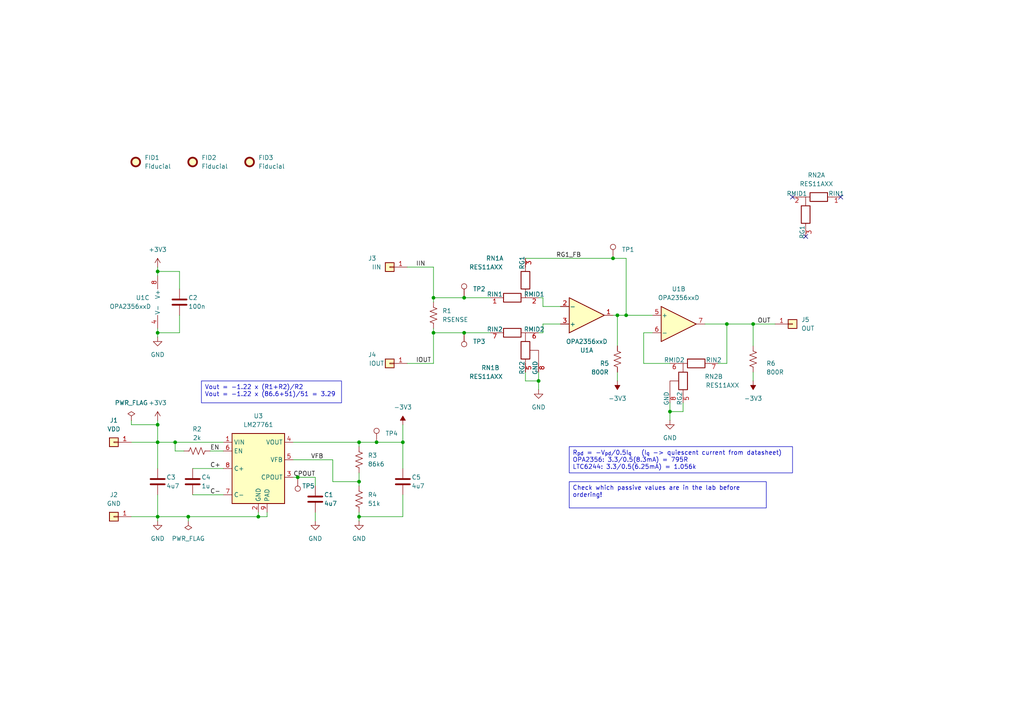
<source format=kicad_sch>
(kicad_sch (version 20231120) (generator "eeschema") (generator_version "8.0")
  (paper "A4")
  (lib_symbols
    (symbol "Amplifier_Operational:OPA2356xxD" (pin_names (offset 0.127))
      (property "Reference" "U" (at 0 5.08 0))
      (property "Value" "OPA2356xxD" (at 0 -5.08 0))
      (symbol "OPA2356xxD_1_1"
        (polyline (pts (xy -5.08 5.08) (xy 5.08 0) (xy -5.08 -5.08) (xy -5.08 5.08)) (stroke (width 0.254)) (fill (type background)))
        (pin output line (at 7.62 0 180) (length 2.54) (name "~") (number "1"))
        (pin input line (at -7.62 -2.54 0) (length 2.54) (name "-") (number "2"))
        (pin input line (at -7.62 2.54 0) (length 2.54) (name "+") (number "3"))
      )
      (symbol "OPA2356xxD_2_1"
        (polyline (pts (xy -5.08 5.08) (xy 5.08 0) (xy -5.08 -5.08) (xy -5.08 5.08)) (stroke (width 0.254)) (fill (type background)))
        (pin input line (at -7.62 2.54 0) (length 2.54) (name "+") (number "5"))
        (pin input line (at -7.62 -2.54 0) (length 2.54) (name "-") (number "6"))
        (pin output line (at 7.62 0 180) (length 2.54) (name "~") (number "7"))
      )
      (symbol "OPA2356xxD_3_1"
        (pin power_in line (at -2.54 -7.62 90) (length 3.81) (name "V-") (number "4"))
        (pin power_in line (at -2.54 7.62 270) (length 3.81) (name "V+") (number "8"))
      )
    )
    (symbol "Connector:TestPoint" (pin_numbers hide) (pin_names (offset 0.762) hide)
      (property "Reference" "TP" (at 0 6.858 0))
      (property "Value" "TestPoint" (at 0 5.08 0))
      (symbol "TestPoint_0_1"
        (circle (center 0 3.302) (radius 0.762))
      )
      (symbol "TestPoint_1_1"
        (pin passive line (at 0 0 90) (length 2.54) (name "1") (number "1"))
      )
    )
    (symbol "Connector_Generic:Conn_01x01" (pin_names (offset 1.016) hide)
      (property "Reference" "J" (at 0 2.54 0))
      (property "Value" "Conn_01x01" (at 0 -2.54 0))
      (symbol "Conn_01x01_1_1"
        (rectangle (start -1.27 0.127) (end 0 -0.127) (stroke (width 0.1524)))
        (rectangle (start -1.27 1.27) (end 1.27 -1.27) (stroke (width 0.254)) (fill (type background)))
        (pin passive line (at -5.08 0 0) (length 3.81) (name "Pin_1") (number "1"))
      )
    )
    (symbol "DW_Library:RES11AXX" (pin_names (offset 0))
      (property "Reference" "RN" (at -3.302 7.112 0))
      (property "Value" "RES11AXX" (at 0.254 4.826 0))
      (symbol "RES11AXX_0_1"
        (rectangle (start -6.35 1.27) (end -1.27 -1.27) (stroke (width 0.254)))
        (rectangle (start -1.27 -2.54) (end 1.27 -7.62) (stroke (width 0.254)))
        (polyline (pts (xy -7.62 0) (xy -6.35 0)))
        (polyline (pts (xy -1.27 0) (xy 1.27 0)))
        (polyline (pts (xy 0 -7.62) (xy 0 -8.89)))
        (polyline (pts (xy 0 0) (xy 0 -2.54)))
      )
      (symbol "RES11AXX_1_0"
        (unit_name "RA")
        (pin passive line (at -10.16 0 0) (length 2.54) (name "RIN1") (number "1"))
        (pin passive line (at 3.81 0 180) (length 2.54) (name "RMID1") (number "2"))
        (pin passive line (at 0 -11.43 90) (length 2.54) (name "RG1") (number "3"))
        (pin no_connect line (at 0 -22.86 0) (length 2.54) hide (name "GND/SUB") (number "4"))
      )
      (symbol "RES11AXX_2_0"
        (unit_name "RB")
        (pin passive line (at 0 -11.43 90) (length 2.54) (name "RG2") (number "5"))
        (pin passive line (at 3.81 0 180) (length 2.54) (name "RMID2") (number "6"))
        (pin passive line (at -10.16 0 0) (length 2.54) (name "RIN2") (number "7"))
        (pin passive line (at 3.81 -11.43 90) (length 2.54) (name "GND") (number "8"))
      )
      (symbol "RES11AXX_2_1"
        (unit_name "RB")
        (polyline (pts (xy 3.81 -8.89) (xy 3.81 -5.08) (xy 1.27 -5.08)))
      )
    )
    (symbol "Device:C" (pin_numbers hide) (pin_names (offset 0.254))
      (property "Reference" "C" (at 0.635 2.54 0))
      (property "Value" "C" (at 0.635 -2.54 0))
      (symbol "C_0_1"
        (polyline (pts (xy -2.032 -0.762) (xy 2.032 -0.762)) (stroke (width 0.508)))
        (polyline (pts (xy -2.032 0.762) (xy 2.032 0.762)) (stroke (width 0.508)))
      )
      (symbol "C_1_1"
        (pin passive line (at 0 3.81 270) (length 2.794) (name "~") (number "1"))
        (pin passive line (at 0 -3.81 90) (length 2.794) (name "~") (number "2"))
      )
    )
    (symbol "Device:R_US" (pin_numbers hide) (pin_names (offset 0))
      (property "Reference" "R" (at 2.54 0 90))
      (property "Value" "R_US" (at -2.54 0 90))
      (symbol "R_US_0_1"
        (polyline (pts (xy 0 -2.286) (xy 0 -2.54)))
        (polyline (pts (xy 0 2.286) (xy 0 2.54)))
        (polyline (pts (xy 0 -0.762) (xy 1.016 -1.143) (xy 0 -1.524) (xy -1.016 -1.905) (xy 0 -2.286)))
        (polyline (pts (xy 0 0.762) (xy 1.016 0.381) (xy 0 0) (xy -1.016 -0.381) (xy 0 -0.762)))
        (polyline (pts (xy 0 2.286) (xy 1.016 1.905) (xy 0 1.524) (xy -1.016 1.143) (xy 0 0.762)))
      )
      (symbol "R_US_1_1"
        (pin passive line (at 0 3.81 270) (length 1.27) (name "~") (number "1"))
        (pin passive line (at 0 -3.81 90) (length 1.27) (name "~") (number "2"))
      )
    )
    (symbol "Mechanical:Fiducial"
      (property "Reference" "FID" (at 0 5.08 0))
      (property "Value" "Fiducial" (at 0 3.175 0))
      (symbol "Fiducial_0_1"
        (circle (center 0 0) (radius 1.27) (stroke (width 0.508)) (fill (type background)))
      )
    )
    (symbol "Regulator_SwitchedCapacitor:LM27761"
      (property "Reference" "U" (at -6.35 11.43 0))
      (property "Value" "LM27761" (at 3.302 11.43 0))
      (symbol "LM27761_0_1"
        (rectangle (start -7.62 10.16) (end 7.62 -10.16) (stroke (width 0.254)) (fill (type background)))
      )
      (symbol "LM27761_1_1"
        (pin power_in line (at -10.16 7.62 0) (length 2.54) (name "VIN") (number "1"))
        (pin power_in line (at 0 -12.7 90) (length 2.54) (name "GND") (number "2"))
        (pin power_out line (at 10.16 -2.54 180) (length 2.54) (name "CPOUT") (number "3"))
        (pin power_out line (at 10.16 7.62 180) (length 2.54) (name "VOUT") (number "4"))
        (pin input line (at 10.16 2.54 180) (length 2.54) (name "VFB") (number "5"))
        (pin input line (at -10.16 5.08 0) (length 2.54) (name "EN") (number "6"))
        (pin passive line (at -10.16 -7.62 0) (length 2.54) (name "C-") (number "7"))
        (pin passive line (at -10.16 0 0) (length 2.54) (name "C+") (number "8"))
        (pin power_in line (at 2.54 -12.7 90) (length 2.54) (name "PAD") (number "9"))
      )
    )
    (symbol "power:+3V3" (power) (pin_numbers hide) (pin_names (offset 0) hide)
      (property "Value" "+3V3" (at 0 3.556 0))
      (symbol "+3V3_0_1"
        (polyline (pts (xy -0.762 1.27) (xy 0 2.54)))
        (polyline (pts (xy 0 0) (xy 0 2.54)))
        (polyline (pts (xy 0 2.54) (xy 0.762 1.27)))
      )
      (symbol "+3V3_1_1"
        (pin power_in line (at 0 0 90) (length 0) (name "~") (number "1"))
      )
    )
    (symbol "power:-3V3" (power) (pin_numbers hide) (pin_names (offset 0) hide)
      (property "Value" "-3V3" (at 0 3.556 0))
      (symbol "-3V3_0_0"
        (pin power_in line (at 0 0 90) (length 0) (name "~") (number "1"))
      )
      (symbol "-3V3_0_1"
        (polyline (pts (xy 0 0) (xy 0 1.27) (xy 0.762 1.27) (xy 0 2.54) (xy -0.762 1.27) (xy 0 1.27)) (fill (type outline)))
      )
    )
    (symbol "power:GND" (power) (pin_numbers hide) (pin_names (offset 0) hide)
      (property "Value" "GND" (at 0 -3.81 0))
      (symbol "GND_0_1"
        (polyline (pts (xy 0 0) (xy 0 -1.27) (xy 1.27 -1.27) (xy 0 -2.54) (xy -1.27 -1.27) (xy 0 -1.27)))
      )
      (symbol "GND_1_1"
        (pin power_in line (at 0 0 270) (length 0) (name "~") (number "1"))
      )
    )
    (symbol "power:PWR_FLAG" (power) (pin_numbers hide) (pin_names (offset 0) hide)
      (property "Value" "PWR_FLAG" (at 0 3.81 0))
      (symbol "PWR_FLAG_0_0"
        (pin power_out line (at 0 0 90) (length 0) (name "~") (number "1"))
      )
      (symbol "PWR_FLAG_0_1"
        (polyline (pts (xy 0 0) (xy 0 1.27) (xy -1.016 1.905) (xy 0 2.54) (xy 1.016 1.905) (xy 0 1.27)))
      )
    )
  )
  (junction (at 45.72 149.86))
  (junction (at 177.8 74.93))
  (junction (at 104.14 128.27))
  (junction (at 109.22 128.27))
  (junction (at 156.21 110.49))
  (junction (at 45.72 96.52))
  (junction (at 134.62 96.52))
  (junction (at 125.73 86.36))
  (junction (at 179.07 91.44))
  (junction (at 50.8 128.27))
  (junction (at 45.72 78.74))
  (junction (at 45.72 123.19))
  (junction (at 54.61 149.86))
  (junction (at 116.84 128.27))
  (junction (at 104.14 149.86))
  (junction (at 45.72 128.27))
  (junction (at 134.62 86.36))
  (junction (at 210.82 93.98))
  (junction (at 194.31 119.38))
  (junction (at 218.44 93.98))
  (junction (at 181.61 91.44))
  (junction (at 104.14 139.7))
  (junction (at 125.73 96.52))
  (junction (at 74.93 149.86))
  (junction (at 86.36 138.43))
  (no_connect (at 229.87 57.15))
  (no_connect (at 233.68 68.58))
  (no_connect (at 243.84 57.15))
  (wire (pts (xy 45.72 121.92) (xy 45.72 123.19)))
  (wire (pts (xy 45.72 78.74) (xy 45.72 80.01)))
  (wire (pts (xy 194.31 116.84) (xy 194.31 119.38)))
  (wire (pts (xy 55.88 135.89) (xy 64.77 135.89)))
  (wire (pts (xy 91.44 140.97) (xy 91.44 138.43)))
  (wire (pts (xy 194.31 105.41) (xy 186.69 105.41)))
  (wire (pts (xy 218.44 93.98) (xy 218.44 100.33)))
  (wire (pts (xy 54.61 149.86) (xy 74.93 149.86)))
  (wire (pts (xy 181.61 74.93) (xy 181.61 91.44)))
  (wire (pts (xy 38.1 128.27) (xy 45.72 128.27)))
  (wire (pts (xy 104.14 149.86) (xy 104.14 151.13)))
  (wire (pts (xy 45.72 149.86) (xy 45.72 151.13)))
  (wire (pts (xy 77.47 148.59) (xy 77.47 149.86)))
  (wire (pts (xy 85.09 133.35) (xy 96.52 133.35)))
  (wire (pts (xy 45.72 143.51) (xy 45.72 149.86)))
  (wire (pts (xy 104.14 129.54) (xy 104.14 128.27)))
  (wire (pts (xy 86.36 138.43) (xy 85.09 138.43)))
  (wire (pts (xy 181.61 91.44) (xy 189.23 91.44)))
  (wire (pts (xy 179.07 91.44) (xy 179.07 100.33)))
  (wire (pts (xy 210.82 93.98) (xy 218.44 93.98)))
  (wire (pts (xy 54.61 149.86) (xy 54.61 151.13)))
  (wire (pts (xy 152.4 107.95) (xy 152.4 110.49)))
  (wire (pts (xy 210.82 93.98) (xy 210.82 105.41)))
  (wire (pts (xy 109.22 128.27) (xy 104.14 128.27)))
  (wire (pts (xy 156.21 110.49) (xy 156.21 107.95)))
  (wire (pts (xy 177.8 74.93) (xy 181.61 74.93)))
  (wire (pts (xy 118.11 105.41) (xy 125.73 105.41)))
  (wire (pts (xy 134.62 86.36) (xy 125.73 86.36)))
  (wire (pts (xy 118.11 77.47) (xy 125.73 77.47)))
  (wire (pts (xy 91.44 148.59) (xy 91.44 151.13)))
  (wire (pts (xy 96.52 133.35) (xy 96.52 139.7)))
  (wire (pts (xy 125.73 95.25) (xy 125.73 96.52)))
  (wire (pts (xy 194.31 119.38) (xy 194.31 121.92)))
  (wire (pts (xy 45.72 77.47) (xy 45.72 78.74)))
  (wire (pts (xy 179.07 91.44) (xy 181.61 91.44)))
  (wire (pts (xy 45.72 149.86) (xy 54.61 149.86)))
  (wire (pts (xy 179.07 107.95) (xy 179.07 110.49)))
  (wire (pts (xy 104.14 137.16) (xy 104.14 139.7)))
  (wire (pts (xy 156.21 86.36) (xy 157.48 86.36)))
  (wire (pts (xy 186.69 96.52) (xy 189.23 96.52)))
  (wire (pts (xy 60.96 130.81) (xy 64.77 130.81)))
  (wire (pts (xy 38.1 121.92) (xy 38.1 123.19)))
  (wire (pts (xy 45.72 123.19) (xy 45.72 128.27)))
  (wire (pts (xy 38.1 123.19) (xy 45.72 123.19)))
  (wire (pts (xy 116.84 123.19) (xy 116.84 128.27)))
  (wire (pts (xy 157.48 88.9) (xy 162.56 88.9)))
  (wire (pts (xy 208.28 105.41) (xy 210.82 105.41)))
  (wire (pts (xy 142.24 96.52) (xy 134.62 96.52)))
  (wire (pts (xy 104.14 139.7) (xy 104.14 140.97)))
  (wire (pts (xy 116.84 143.51) (xy 116.84 149.86)))
  (wire (pts (xy 53.34 130.81) (xy 50.8 130.81)))
  (wire (pts (xy 50.8 128.27) (xy 50.8 130.81)))
  (wire (pts (xy 125.73 86.36) (xy 125.73 87.63)))
  (wire (pts (xy 156.21 110.49) (xy 156.21 113.03)))
  (wire (pts (xy 218.44 93.98) (xy 224.79 93.98)))
  (wire (pts (xy 116.84 149.86) (xy 104.14 149.86)))
  (wire (pts (xy 125.73 77.47) (xy 125.73 86.36)))
  (wire (pts (xy 134.62 96.52) (xy 125.73 96.52)))
  (wire (pts (xy 45.72 128.27) (xy 45.72 135.89)))
  (wire (pts (xy 50.8 128.27) (xy 64.77 128.27)))
  (wire (pts (xy 52.07 96.52) (xy 45.72 96.52)))
  (wire (pts (xy 116.84 128.27) (xy 109.22 128.27)))
  (wire (pts (xy 186.69 105.41) (xy 186.69 96.52)))
  (wire (pts (xy 45.72 128.27) (xy 50.8 128.27)))
  (wire (pts (xy 45.72 78.74) (xy 52.07 78.74)))
  (wire (pts (xy 104.14 148.59) (xy 104.14 149.86)))
  (wire (pts (xy 125.73 96.52) (xy 125.73 105.41)))
  (wire (pts (xy 157.48 93.98) (xy 162.56 93.98)))
  (wire (pts (xy 198.12 116.84) (xy 198.12 119.38)))
  (wire (pts (xy 142.24 86.36) (xy 134.62 86.36)))
  (wire (pts (xy 85.09 128.27) (xy 104.14 128.27)))
  (wire (pts (xy 45.72 96.52) (xy 45.72 97.79)))
  (wire (pts (xy 204.47 93.98) (xy 210.82 93.98)))
  (wire (pts (xy 157.48 96.52) (xy 157.48 93.98)))
  (wire (pts (xy 52.07 83.82) (xy 52.07 78.74)))
  (wire (pts (xy 52.07 91.44) (xy 52.07 96.52)))
  (wire (pts (xy 116.84 135.89) (xy 116.84 128.27)))
  (wire (pts (xy 74.93 148.59) (xy 74.93 149.86)))
  (wire (pts (xy 96.52 139.7) (xy 104.14 139.7)))
  (wire (pts (xy 152.4 110.49) (xy 156.21 110.49)))
  (wire (pts (xy 152.4 74.93) (xy 177.8 74.93)))
  (wire (pts (xy 91.44 138.43) (xy 86.36 138.43)))
  (wire (pts (xy 74.93 149.86) (xy 77.47 149.86)))
  (wire (pts (xy 198.12 119.38) (xy 194.31 119.38)))
  (wire (pts (xy 45.72 95.25) (xy 45.72 96.52)))
  (wire (pts (xy 156.21 96.52) (xy 157.48 96.52)))
  (wire (pts (xy 38.1 149.86) (xy 45.72 149.86)))
  (wire (pts (xy 177.8 91.44) (xy 179.07 91.44)))
  (wire (pts (xy 55.88 143.51) (xy 64.77 143.51)))
  (wire (pts (xy 218.44 107.95) (xy 218.44 110.49)))
  (wire (pts (xy 157.48 86.36) (xy 157.48 88.9)))
  (text_box "R_{pd} = -V_{pd}/0.5I_{q}   (I_{q} -> quiescent current from datasheet)\nOPA2356: 3.3/0.5(8.3mA) = 795R\nLTC6244: 3.3/0.5(6.25mA) = 1.056k" (at 165.1 129.54 0) (size 64.77 7.62) (effects (font (size 1.27 1.27)) (justify left top)))
  (text_box "Check which passive values are in the lab before ordering!" (at 165.1 139.7 0) (size 57.15 7.62) (effects (font (size 1.27 1.27)) (justify left top)))
  (text_box "Vout = -1.22 x (R1+R2)/R2\nVout = -1.22 x (86.6+51)/51 = 3.29" (at 58.42 110.49 0) (size 40.64 6.35) (effects (font (size 1.27 1.27)) (justify left top)))
  (label "EN" (at 60.96 130.81 0))
  (label "CPOUT" (at 85.09 138.43 0))
  (label "VFB" (at 90.17 133.35 0))
  (label "IIN" (at 120.65 77.47 0))
  (label "OUT" (at 219.71 93.98 0))
  (label "IOUT" (at 120.65 105.41 0))
  (label "C+" (at 60.96 135.89 0))
  (label "RG1_FB" (at 161.29 74.93 0))
  (label "C-" (at 60.96 143.51 0))
  (symbol (lib_id "power:GND") (at 194.31 121.92 0) (unit 1)
    (property "Reference" "#PWR02" (effects (hide yes)))
    (property "Value" "GND" (at 194.31 127 0))
    (property "Description" "Power symbol creates a global label with name \"GND\" , ground" (effects (hide yes)))
  )
  (symbol (lib_id "Mechanical:Fiducial") (at 55.88 46.99 0) (unit 1)
    (property "Reference" "FID2" (at 58.42 45.7199 0) (effects (justify left)))
    (property "Value" "Fiducial" (at 58.42 48.2599 0) (effects (justify left)))
    (property "Footprint" "Fiducial:Fiducial_0.5mm_Mask1mm" (effects (hide yes)))
    (property "Description" "Fiducial Marker" (effects (hide yes)))
  )
  (symbol (lib_id "Connector_Generic:Conn_01x01") (at 113.03 105.41 180) (unit 1)
    (property "Reference" "J4" (at 107.95 102.87 0))
    (property "Value" "IOUT" (at 109.22 105.41 0))
    (property "Footprint" "TestPoint:TestPoint_Pad_4.0x4.0mm" (effects (hide yes)))
    (property "Description" "Generic connector, single row, 01x01, script generated (kicad-library-utils/schlib/autogen/connector/)" (effects (hide yes)))
  )
  (symbol (lib_id "Device:C") (at 52.07 87.63 0) (unit 1)
    (property "Reference" "C2" (at 54.61 86.36 0) (effects (justify left)))
    (property "Value" "100n" (at 54.61 88.9 0) (effects (justify left)))
    (property "Footprint" "Capacitor_SMD:C_0402_1005Metric_Pad0.74x0.62mm_HandSolder" (effects (hide yes)))
    (property "Description" "Unpolarized capacitor" (effects (hide yes)))
  )
  (symbol (lib_id "power:-3V3") (at 116.84 123.19 0) (unit 1)
    (property "Reference" "#PWR08" (effects (hide yes)))
    (property "Value" "-3V3" (at 116.84 118.11 0))
    (property "Description" "Power symbol creates a global label with name \"-3V3\"" (effects (hide yes)))
  )
  (symbol (lib_id "Device:R_US") (at 125.73 91.44 0) (unit 1)
    (property "Reference" "R1" (at 128.27 90.1699 0) (effects (justify left)))
    (property "Value" "RSENSE" (at 128.27 92.7099 0) (effects (justify left)))
    (property "Footprint" "Resistor_SMD:R_2512_6332Metric_Pad1.40x3.35mm_HandSolder" (effects (hide yes)))
    (property "Description" "Resistor, US symbol" (effects (hide yes)))
  )
  (symbol (lib_id "power:-3V3") (at 218.44 110.49 180) (unit 1)
    (property "Reference" "#PWR011" (effects (hide yes)))
    (property "Value" "-3V3" (at 218.44 115.57 0))
    (property "Description" "Power symbol creates a global label with name \"-3V3\"" (effects (hide yes)))
  )
  (symbol (lib_id "Amplifier_Operational:OPA2356xxD") (at 170.18 91.44 0) (mirror x) (unit 1)
    (property "Reference" "U1" (at 170.18 101.6 0))
    (property "Value" "OPA2356xxD" (at 170.18 99.06 0))
    (property "Footprint" "Package_SO:SOIC-8_3.9x4.9mm_P1.27mm" (effects (hide yes)))
    (property "Datasheet" "http://www.ti.com/lit/ds/symlink/opa2356.pdf" (effects (hide yes)))
    (property "Description" "Dual High Speed CMOS Operational Amplifiers, SOIC-8" (effects (hide yes)))
  )
  (symbol (lib_id "Connector_Generic:Conn_01x01") (at 113.03 77.47 180) (unit 1)
    (property "Reference" "J3" (at 107.95 74.93 0))
    (property "Value" "IIN" (at 109.22 77.47 0))
    (property "Footprint" "TestPoint:TestPoint_Pad_4.0x4.0mm" (effects (hide yes)))
    (property "Description" "Generic connector, single row, 01x01, script generated (kicad-library-utils/schlib/autogen/connector/)" (effects (hide yes)))
  )
  (symbol (lib_id "Connector_Generic:Conn_01x01") (at 229.87 93.98 0) (unit 1)
    (property "Reference" "J5" (at 232.41 92.7099 0) (effects (justify left)))
    (property "Value" "OUT" (at 232.41 95.2499 0) (effects (justify left)))
    (property "Footprint" "TestPoint:TestPoint_Pad_4.0x4.0mm" (effects (hide yes)))
    (property "Description" "Generic connector, single row, 01x01, script generated (kicad-library-utils/schlib/autogen/connector/)" (effects (hide yes)))
  )
  (symbol (lib_id "Device:C") (at 55.88 139.7 0) (unit 1)
    (property "Reference" "C4" (at 58.42 138.43 0) (effects (justify left)))
    (property "Value" "1u" (at 58.42 140.97 0) (effects (justify left)))
    (property "Footprint" "Capacitor_SMD:C_0402_1005Metric_Pad0.74x0.62mm_HandSolder" (effects (hide yes)))
    (property "Description" "Unpolarized capacitor" (effects (hide yes)))
  )
  (symbol (lib_id "Device:R_US") (at 218.44 104.14 0) (unit 1)
    (property "Reference" "R6" (at 222.25 105.41 0) (effects (justify left)))
    (property "Value" "800R" (at 222.25 107.95 0) (effects (justify left)))
    (property "Footprint" "Resistor_SMD:R_0402_1005Metric_Pad0.72x0.64mm_HandSolder" (effects (hide yes)))
    (property "Description" "Resistor, US symbol" (effects (hide yes)))
  )
  (symbol (lib_id "power:+3V3") (at 45.72 121.92 0) (unit 1)
    (property "Reference" "#PWR03" (effects (hide yes)))
    (property "Value" "+3V3" (at 45.72 116.84 0))
    (property "Description" "Power symbol creates a global label with name \"+3V3\"" (effects (hide yes)))
  )
  (symbol (lib_id "Device:R_US") (at 57.15 130.81 90) (unit 1)
    (property "Reference" "R2" (at 57.15 124.46 90))
    (property "Value" "2k" (at 57.15 127 90))
    (property "Footprint" "Resistor_SMD:R_0402_1005Metric_Pad0.72x0.64mm_HandSolder" (effects (hide yes)))
    (property "Description" "Resistor, US symbol" (effects (hide yes)))
  )
  (symbol (lib_id "Device:R_US") (at 104.14 133.35 180) (unit 1)
    (property "Reference" "R3" (at 106.68 132.0799 0) (effects (justify right)))
    (property "Value" "86k6" (at 106.68 134.6199 0) (effects (justify right)))
    (property "Footprint" "Resistor_SMD:R_0402_1005Metric_Pad0.72x0.64mm_HandSolder" (effects (hide yes)))
    (property "Description" "Resistor, US symbol" (effects (hide yes)))
  )
  (symbol (lib_id "Regulator_SwitchedCapacitor:LM27761") (at 74.93 135.89 0) (unit 1)
    (property "Reference" "U3" (at 74.93 120.65 0))
    (property "Value" "LM27761" (at 74.93 123.19 0))
    (property "Footprint" "Package_SON:WSON-8-1EP_2x2mm_P0.5mm_EP0.9x1.6mm" (effects (hide yes)))
    (property "Datasheet" "http://www.ti.com/lit/ds/symlink/lm27761.pdf" (effects (hide yes)))
    (property "Description" "low-noise regulated switched-capacitor voltage inverter with 2.7V-5.5V input to -1.5 to -5V Output Voltage, WSON-8" (effects (hide yes)))
  )
  (symbol (lib_id "Connector_Generic:Conn_01x01") (at 33.02 149.86 180) (unit 1)
    (property "Reference" "J2" (at 33.02 143.51 0))
    (property "Value" "GND" (at 33.02 146.05 0))
    (property "Footprint" "TestPoint:TestPoint_Pad_4.0x4.0mm" (effects (hide yes)))
    (property "Description" "Generic connector, single row, 01x01, script generated (kicad-library-utils/schlib/autogen/connector/)" (effects (hide yes)))
  )
  (symbol (lib_id "power:PWR_FLAG") (at 38.1 121.92 0) (unit 1)
    (property "Reference" "#FLG01" (effects (hide yes)))
    (property "Value" "PWR_FLAG" (at 38.1 116.84 0))
    (property "Description" "Special symbol for telling ERC where power comes from" (effects (hide yes)))
  )
  (symbol (lib_id "Connector:TestPoint") (at 86.36 138.43 0) (mirror x) (unit 1)
    (property "Reference" "TP5" (at 87.63 140.97 0) (effects (justify left)))
    (property "Value" "TestPoint" (effects (hide yes)))
    (property "Footprint" "TestPoint:TestPoint_Pad_D1.0mm" (effects (hide yes)))
    (property "Description" "test point" (effects (hide yes)))
  )
  (symbol (lib_id "power:-3V3") (at 179.07 110.49 180) (unit 1)
    (property "Reference" "#PWR010" (effects (hide yes)))
    (property "Value" "-3V3" (at 179.07 115.57 0))
    (property "Description" "Power symbol creates a global label with name \"-3V3\"" (effects (hide yes)))
  )
  (symbol (lib_id "Device:C") (at 116.84 139.7 0) (unit 1)
    (property "Reference" "C5" (at 119.38 138.43 0) (effects (justify left)))
    (property "Value" "4u7" (at 119.38 140.97 0) (effects (justify left)))
    (property "Footprint" "Capacitor_SMD:C_0402_1005Metric_Pad0.74x0.62mm_HandSolder" (effects (hide yes)))
    (property "Description" "Unpolarized capacitor" (effects (hide yes)))
  )
  (symbol (lib_id "Device:C") (at 45.72 139.7 0) (unit 1)
    (property "Reference" "C3" (at 48.26 138.43 0) (effects (justify left)))
    (property "Value" "4u7" (at 48.26 140.97 0) (effects (justify left)))
    (property "Footprint" "Capacitor_SMD:C_0402_1005Metric_Pad0.74x0.62mm_HandSolder" (effects (hide yes)))
    (property "Description" "Unpolarized capacitor" (effects (hide yes)))
  )
  (symbol (lib_id "power:PWR_FLAG") (at 54.61 151.13 0) (mirror x) (unit 1)
    (property "Reference" "#FLG02" (effects (hide yes)))
    (property "Value" "PWR_FLAG" (at 54.61 156.21 0))
    (property "Description" "Special symbol for telling ERC where power comes from" (effects (hide yes)))
  )
  (symbol (lib_id "power:GND") (at 91.44 151.13 0) (unit 1)
    (property "Reference" "#PWR04" (effects (hide yes)))
    (property "Value" "GND" (at 91.44 156.21 0))
    (property "Description" "Power symbol creates a global label with name \"GND\" , ground" (effects (hide yes)))
  )
  (symbol (lib_id "Device:R_US") (at 179.07 104.14 0) (unit 1)
    (property "Reference" "R5" (at 173.99 105.41 0) (effects (justify left)))
    (property "Value" "800R" (at 171.45 107.95 0) (effects (justify left)))
    (property "Footprint" "Resistor_SMD:R_0402_1005Metric_Pad0.72x0.64mm_HandSolder" (effects (hide yes)))
    (property "Description" "Resistor, US symbol" (effects (hide yes)))
  )
  (symbol (lib_id "power:+3V3") (at 45.72 77.47 0) (unit 1)
    (property "Reference" "#PWR07" (effects (hide yes)))
    (property "Value" "+3V3" (at 45.72 72.39 0))
    (property "Description" "Power symbol creates a global label with name \"+3V3\"" (effects (hide yes)))
  )
  (symbol (lib_id "Amplifier_Operational:OPA2356xxD") (at 196.85 93.98 0) (unit 2)
    (property "Reference" "U1" (at 196.85 83.82 0))
    (property "Value" "OPA2356xxD" (at 196.85 86.36 0))
    (property "Footprint" "Package_SO:SOIC-8_3.9x4.9mm_P1.27mm" (effects (hide yes)))
    (property "Datasheet" "http://www.ti.com/lit/ds/symlink/opa2356.pdf" (effects (hide yes)))
    (property "Description" "Dual High Speed CMOS Operational Amplifiers, SOIC-8" (effects (hide yes)))
  )
  (symbol (lib_id "Device:R_US") (at 104.14 144.78 180) (unit 1)
    (property "Reference" "R4" (at 106.68 143.5099 0) (effects (justify right)))
    (property "Value" "51k" (at 106.68 146.0499 0) (effects (justify right)))
    (property "Footprint" "Resistor_SMD:R_0402_1005Metric_Pad0.72x0.64mm_HandSolder" (effects (hide yes)))
    (property "Description" "Resistor, US symbol" (effects (hide yes)))
  )
  (symbol (lib_id "power:GND") (at 104.14 151.13 0) (unit 1)
    (property "Reference" "#PWR05" (effects (hide yes)))
    (property "Value" "GND" (at 104.14 156.21 0))
    (property "Description" "Power symbol creates a global label with name \"GND\" , ground" (effects (hide yes)))
  )
  (symbol (lib_id "Mechanical:Fiducial") (at 72.39 46.99 0) (unit 1)
    (property "Reference" "FID3" (at 74.93 45.7199 0) (effects (justify left)))
    (property "Value" "Fiducial" (at 74.93 48.2599 0) (effects (justify left)))
    (property "Footprint" "Fiducial:Fiducial_0.5mm_Mask1mm" (effects (hide yes)))
    (property "Description" "Fiducial Marker" (effects (hide yes)))
  )
  (symbol (lib_id "Mechanical:Fiducial") (at 39.37 46.99 0) (unit 1)
    (property "Reference" "FID1" (at 41.91 45.7199 0) (effects (justify left)))
    (property "Value" "Fiducial" (at 41.91 48.2599 0) (effects (justify left)))
    (property "Footprint" "Fiducial:Fiducial_0.5mm_Mask1mm" (effects (hide yes)))
    (property "Description" "Fiducial Marker" (effects (hide yes)))
  )
  (symbol (lib_id "power:GND") (at 45.72 151.13 0) (unit 1)
    (property "Reference" "#PWR06" (effects (hide yes)))
    (property "Value" "GND" (at 45.72 156.21 0))
    (property "Description" "Power symbol creates a global label with name \"GND\" , ground" (effects (hide yes)))
  )
  (symbol (lib_id "Connector:TestPoint") (at 134.62 96.52 0) (mirror x) (unit 1)
    (property "Reference" "TP3" (at 137.16 99.06 0) (effects (justify left)))
    (property "Value" "TestPoint" (effects (hide yes)))
    (property "Footprint" "TestPoint:TestPoint_Pad_D1.0mm" (effects (hide yes)))
    (property "Description" "test point" (effects (hide yes)))
  )
  (symbol (lib_id "DW_Library:RES11AXX") (at 152.4 86.36 0) (mirror x) (unit 1)
    (property "Reference" "RN1" (at 143.51 74.93 0))
    (property "Value" "RES11AXX" (at 140.97 77.47 0))
    (property "Footprint" "Package_TO_SOT_SMD:SOT-23-8" (effects (hide yes)))
    (property "Datasheet" "https://www.ti.com/lit/ds/symlink/res11a.pdf" (effects (hide yes)))
    (property "Description" " 0.05% Matched, Thin-Film Resistor Dividers With 1-kΩ Inputs" (effects (hide yes)))
  )
  (symbol (lib_id "DW_Library:RES11AXX") (at 233.68 57.15 0) (mirror y) (unit 1)
    (property "Reference" "RN2" (at 236.7915 50.8 0))
    (property "Value" "RES11AXX" (at 236.7915 53.34 0))
    (property "Footprint" "Package_TO_SOT_SMD:SOT-23-8" (effects (hide yes)))
    (property "Datasheet" "https://www.ti.com/lit/ds/symlink/res11a.pdf" (effects (hide yes)))
    (property "Description" " 0.05% Matched, Thin-Film Resistor Dividers With 1-kΩ Inputs" (effects (hide yes)))
  )
  (symbol (lib_id "Connector_Generic:Conn_01x01") (at 33.02 128.27 180) (unit 1)
    (property "Reference" "J1" (at 33.02 121.92 0))
    (property "Value" "VDD" (at 33.02 124.46 0))
    (property "Footprint" "TestPoint:TestPoint_Pad_4.0x4.0mm" (effects (hide yes)))
    (property "Description" "Generic connector, single row, 01x01, script generated (kicad-library-utils/schlib/autogen/connector/)" (effects (hide yes)))
  )
  (symbol (lib_id "DW_Library:RES11AXX") (at 198.12 105.41 0) (mirror y) (unit 2)
    (property "Reference" "RN2" (at 207.01 109.22 0))
    (property "Value" "RES11AXX" (at 209.55 111.76 0))
    (property "Footprint" "Package_TO_SOT_SMD:SOT-23-8" (effects (hide yes)))
    (property "Datasheet" "https://www.ti.com/lit/ds/symlink/res11a.pdf" (effects (hide yes)))
    (property "Description" " 0.05% Matched, Thin-Film Resistor Dividers With 1-kΩ Inputs" (effects (hide yes)))
  )
  (symbol (lib_id "power:GND") (at 45.72 97.79 0) (unit 1)
    (property "Reference" "#PWR09" (effects (hide yes)))
    (property "Value" "GND" (at 45.72 102.87 0))
    (property "Description" "Power symbol creates a global label with name \"GND\" , ground" (effects (hide yes)))
  )
  (symbol (lib_id "DW_Library:RES11AXX") (at 152.4 96.52 0) (unit 2)
    (property "Reference" "RN1" (at 142.24 106.68 0))
    (property "Value" "RES11AXX" (at 140.97 109.22 0))
    (property "Footprint" "Package_TO_SOT_SMD:SOT-23-8" (effects (hide yes)))
    (property "Datasheet" "https://www.ti.com/lit/ds/symlink/res11a.pdf" (effects (hide yes)))
    (property "Description" " 0.05% Matched, Thin-Film Resistor Dividers With 1-kΩ Inputs" (effects (hide yes)))
  )
  (symbol (lib_id "Device:C") (at 91.44 144.78 0) (unit 1)
    (property "Reference" "C1" (at 93.98 143.51 0) (effects (justify left)))
    (property "Value" "4u7" (at 93.98 146.05 0) (effects (justify left)))
    (property "Footprint" "Capacitor_SMD:C_0402_1005Metric_Pad0.74x0.62mm_HandSolder" (effects (hide yes)))
    (property "Description" "Unpolarized capacitor" (effects (hide yes)))
  )
  (symbol (lib_id "Amplifier_Operational:OPA2356xxD") (at 43.18 87.63 0) (mirror y) (unit 3)
    (property "Reference" "U1" (at 39.37 86.36 0) (effects (justify right)))
    (property "Value" "OPA2356xxD" (at 31.75 88.9 0) (effects (justify right)))
    (property "Footprint" "Package_SO:SOIC-8_3.9x4.9mm_P1.27mm" (effects (hide yes)))
    (property "Datasheet" "http://www.ti.com/lit/ds/symlink/opa2356.pdf" (effects (hide yes)))
    (property "Description" "Dual High Speed CMOS Operational Amplifiers, SOIC-8" (effects (hide yes)))
  )
  (symbol (lib_id "Connector:TestPoint") (at 134.62 86.36 0) (unit 1)
    (property "Reference" "TP2" (at 137.16 83.82 0) (effects (justify left)))
    (property "Value" "TestPoint" (effects (hide yes)))
    (property "Footprint" "TestPoint:TestPoint_Pad_D1.0mm" (effects (hide yes)))
    (property "Description" "test point" (effects (hide yes)))
  )
  (symbol (lib_id "power:GND") (at 156.21 113.03 0) (unit 1)
    (property "Reference" "#PWR01" (effects (hide yes)))
    (property "Value" "GND" (at 156.21 118.11 0))
    (property "Description" "Power symbol creates a global label with name \"GND\" , ground" (effects (hide yes)))
  )
  (symbol (lib_id "Connector:TestPoint") (at 109.22 128.27 0) (unit 1)
    (property "Reference" "TP4" (at 111.76 125.73 0) (effects (justify left)))
    (property "Value" "TestPoint" (effects (hide yes)))
    (property "Footprint" "TestPoint:TestPoint_Pad_D1.0mm" (effects (hide yes)))
    (property "Description" "test point" (effects (hide yes)))
  )
  (symbol (lib_id "Connector:TestPoint") (at 177.8 74.93 0) (unit 1)
    (property "Reference" "TP1" (at 180.34 72.39 0) (effects (justify left)))
    (property "Value" "TestPoint" (effects (hide yes)))
    (property "Footprint" "TestPoint:TestPoint_Pad_D1.0mm" (effects (hide yes)))
    (property "Description" "test point" (effects (hide yes)))
  )
)
</source>
